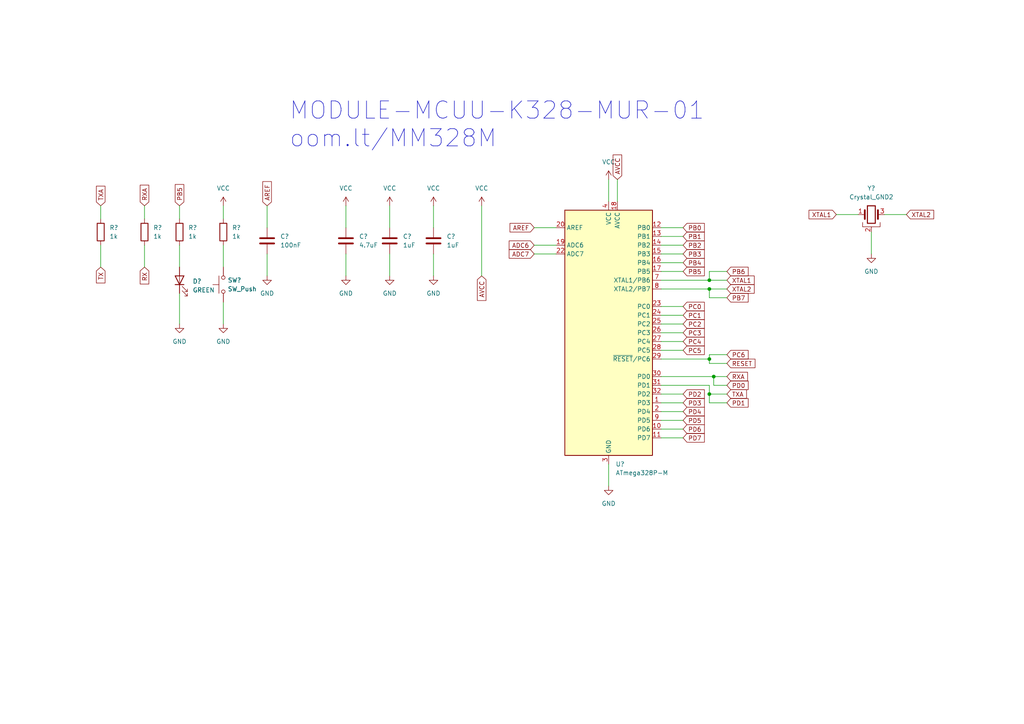
<source format=kicad_sch>
(kicad_sch (version 20211123) (generator eeschema)
  (paper "A4")
  (lib_symbols
    (symbol "Device:C" (pin_numbers hide) (pin_names (offset 0.254))
      (property "Reference" "C" (at 0.635 2.54 0))
      (property "Value" "C" (at 0.635 -2.54 0))
      (symbol "C_0_1"
        (polyline (pts (xy -2.032 -0.762) (xy 2.032 -0.762)) (stroke (width 0.508)))
        (polyline (pts (xy -2.032 0.762) (xy 2.032 0.762)) (stroke (width 0.508)))
      )
      (symbol "C_1_1"
        (pin passive line (at 0 3.81 270) (length 2.794) (name "~") (number "1"))
        (pin passive line (at 0 -3.81 90) (length 2.794) (name "~") (number "2"))
      )
    )
    (symbol "Device:Crystal_GND2" (pin_names (offset 1.016) hide)
      (property "Reference" "Y" (at 0 5.715 0))
      (property "Value" "Crystal_GND2" (at 0 3.81 0))
      (symbol "Crystal_GND2_0_1"
        (rectangle (start -1.143 2.54) (end 1.143 -2.54) (stroke (width 0.3048)))
        (polyline (pts (xy -2.54 0) (xy -1.905 0)))
        (polyline (pts (xy -1.905 -1.27) (xy -1.905 1.27)) (stroke (width 0.508)))
        (polyline (pts (xy 0 -3.81) (xy 0 -3.556)))
        (polyline (pts (xy 1.905 0) (xy 2.54 0)))
        (polyline (pts (xy 1.905 1.27) (xy 1.905 -1.27)) (stroke (width 0.508)))
        (polyline (pts (xy -2.54 -2.286) (xy -2.54 -3.556) (xy 2.54 -3.556) (xy 2.54 -2.286)))
      )
      (symbol "Crystal_GND2_1_1"
        (pin passive line (at -3.81 0 0) (length 1.27) (name "1") (number "1"))
        (pin passive line (at 0 -5.08 90) (length 1.27) (name "2") (number "2"))
        (pin passive line (at 3.81 0 180) (length 1.27) (name "3") (number "3"))
      )
    )
    (symbol "Device:LED" (pin_numbers hide) (pin_names (offset 1.016) hide)
      (property "Reference" "D" (at 0 2.54 0))
      (property "Value" "LED" (at 0 -2.54 0))
      (symbol "LED_0_1"
        (polyline (pts (xy -1.27 -1.27) (xy -1.27 1.27)) (stroke (width 0.254)))
        (polyline (pts (xy -1.27 0) (xy 1.27 0)))
        (polyline (pts (xy 1.27 -1.27) (xy 1.27 1.27) (xy -1.27 0) (xy 1.27 -1.27)) (stroke (width 0.254)))
        (polyline (pts (xy -3.048 -0.762) (xy -4.572 -2.286) (xy -3.81 -2.286) (xy -4.572 -2.286) (xy -4.572 -1.524)))
        (polyline (pts (xy -1.778 -0.762) (xy -3.302 -2.286) (xy -2.54 -2.286) (xy -3.302 -2.286) (xy -3.302 -1.524)))
      )
      (symbol "LED_1_1"
        (pin passive line (at -3.81 0 0) (length 2.54) (name "K") (number "1"))
        (pin passive line (at 3.81 0 180) (length 2.54) (name "A") (number "2"))
      )
    )
    (symbol "Device:R" (pin_numbers hide) (pin_names (offset 0))
      (property "Reference" "R" (at 2.032 0 90))
      (property "Value" "R" (at 0 0 90))
      (symbol "R_0_1"
        (rectangle (start -1.016 -2.54) (end 1.016 2.54) (stroke (width 0.254)))
      )
      (symbol "R_1_1"
        (pin passive line (at 0 3.81 270) (length 1.27) (name "~") (number "1"))
        (pin passive line (at 0 -3.81 90) (length 1.27) (name "~") (number "2"))
      )
    )
    (symbol "MCU_Microchip_ATmega:ATmega328P-M"
      (property "Reference" "U" (at -12.7 36.83 0))
      (property "Value" "ATmega328P-M" (at 2.54 -36.83 0))
      (symbol "ATmega328P-M_0_1"
        (rectangle (start -12.7 -35.56) (end 12.7 35.56) (stroke (width 0.254)) (fill (type background)))
      )
      (symbol "ATmega328P-M_1_1"
        (pin bidirectional line (at 15.24 -20.32 180) (length 2.54) (name "PD3") (number "1"))
        (pin bidirectional line (at 15.24 -27.94 180) (length 2.54) (name "PD6") (number "10"))
        (pin bidirectional line (at 15.24 -30.48 180) (length 2.54) (name "PD7") (number "11"))
        (pin bidirectional line (at 15.24 30.48 180) (length 2.54) (name "PB0") (number "12"))
        (pin bidirectional line (at 15.24 27.94 180) (length 2.54) (name "PB1") (number "13"))
        (pin bidirectional line (at 15.24 25.4 180) (length 2.54) (name "PB2") (number "14"))
        (pin bidirectional line (at 15.24 22.86 180) (length 2.54) (name "PB3") (number "15"))
        (pin bidirectional line (at 15.24 20.32 180) (length 2.54) (name "PB4") (number "16"))
        (pin bidirectional line (at 15.24 17.78 180) (length 2.54) (name "PB5") (number "17"))
        (pin power_in line (at 2.54 38.1 270) (length 2.54) (name "AVCC") (number "18"))
        (pin input line (at -15.24 25.4 0) (length 2.54) (name "ADC6") (number "19"))
        (pin bidirectional line (at 15.24 -22.86 180) (length 2.54) (name "PD4") (number "2"))
        (pin passive line (at -15.24 30.48 0) (length 2.54) (name "AREF") (number "20"))
        (pin passive line (at 0 -38.1 90) (length 2.54) hide (name "GND") (number "21"))
        (pin input line (at -15.24 22.86 0) (length 2.54) (name "ADC7") (number "22"))
        (pin bidirectional line (at 15.24 7.62 180) (length 2.54) (name "PC0") (number "23"))
        (pin bidirectional line (at 15.24 5.08 180) (length 2.54) (name "PC1") (number "24"))
        (pin bidirectional line (at 15.24 2.54 180) (length 2.54) (name "PC2") (number "25"))
        (pin bidirectional line (at 15.24 0 180) (length 2.54) (name "PC3") (number "26"))
        (pin bidirectional line (at 15.24 -2.54 180) (length 2.54) (name "PC4") (number "27"))
        (pin bidirectional line (at 15.24 -5.08 180) (length 2.54) (name "PC5") (number "28"))
        (pin bidirectional line (at 15.24 -7.62 180) (length 2.54) (name "~{RESET}/PC6") (number "29"))
        (pin power_in line (at 0 -38.1 90) (length 2.54) (name "GND") (number "3"))
        (pin bidirectional line (at 15.24 -12.7 180) (length 2.54) (name "PD0") (number "30"))
        (pin bidirectional line (at 15.24 -15.24 180) (length 2.54) (name "PD1") (number "31"))
        (pin bidirectional line (at 15.24 -17.78 180) (length 2.54) (name "PD2") (number "32"))
        (pin passive line (at 0 -38.1 90) (length 2.54) hide (name "GND") (number "33"))
        (pin power_in line (at 0 38.1 270) (length 2.54) (name "VCC") (number "4"))
        (pin passive line (at 0 -38.1 90) (length 2.54) hide (name "GND") (number "5"))
        (pin passive line (at 0 38.1 270) (length 2.54) hide (name "VCC") (number "6"))
        (pin bidirectional line (at 15.24 15.24 180) (length 2.54) (name "XTAL1/PB6") (number "7"))
        (pin bidirectional line (at 15.24 12.7 180) (length 2.54) (name "XTAL2/PB7") (number "8"))
        (pin bidirectional line (at 15.24 -25.4 180) (length 2.54) (name "PD5") (number "9"))
      )
    )
    (symbol "Switch:SW_Push" (pin_numbers hide) (pin_names (offset 1.016) hide)
      (property "Reference" "SW" (at 1.27 2.54 0))
      (property "Value" "SW_Push" (at 0 -1.524 0))
      (symbol "SW_Push_0_1"
        (circle (center -2.032 0) (radius 0.508))
        (polyline (pts (xy 0 1.27) (xy 0 3.048)))
        (polyline (pts (xy 2.54 1.27) (xy -2.54 1.27)))
        (circle (center 2.032 0) (radius 0.508))
        (pin passive line (at -5.08 0 0) (length 2.54) (name "1") (number "1"))
        (pin passive line (at 5.08 0 180) (length 2.54) (name "2") (number "2"))
      )
    )
    (symbol "power:GND" (power) (pin_names (offset 0))
      (property "Value" "GND" (at 0 -3.81 0))
      (symbol "GND_0_1"
        (polyline (pts (xy 0 0) (xy 0 -1.27) (xy 1.27 -1.27) (xy 0 -2.54) (xy -1.27 -1.27) (xy 0 -1.27)))
      )
      (symbol "GND_1_1"
        (pin power_in line (at 0 0 270) (length 0) hide (name "GND") (number "1"))
      )
    )
    (symbol "power:VCC" (power) (pin_names (offset 0))
      (property "Value" "VCC" (at 0 3.81 0))
      (symbol "VCC_0_1"
        (polyline (pts (xy -0.762 1.27) (xy 0 2.54)))
        (polyline (pts (xy 0 0) (xy 0 2.54)))
        (polyline (pts (xy 0 2.54) (xy 0.762 1.27)))
      )
      (symbol "VCC_1_1"
        (pin power_in line (at 0 0 90) (length 0) hide (name "VCC") (number "1"))
      )
    )
  )
  (junction (at 205.74 83.82))
  (junction (at 205.74 104.14))
  (junction (at 205.74 81.28))
  (junction (at 205.74 114.3))
  (junction (at 207.01 109.22))
  (wire (pts (xy 191.77 73.66) (xy 198.12 73.66)))
  (wire (pts (xy 154.94 66.04) (xy 161.29 66.04)))
  (wire (pts (xy 191.77 83.82) (xy 205.74 83.82)))
  (wire (pts (xy 191.77 121.92) (xy 198.12 121.92)))
  (wire (pts (xy 205.74 83.82) (xy 210.82 83.82)))
  (wire (pts (xy 64.77 87.63) (xy 64.77 93.98)))
  (wire (pts (xy 191.77 91.44) (xy 198.12 91.44)))
  (wire (pts (xy 191.77 68.58) (xy 198.12 68.58)))
  (wire (pts (xy 210.82 111.76) (xy 207.01 111.76)))
  (wire (pts (xy 191.77 116.84) (xy 198.12 116.84)))
  (wire (pts (xy 191.77 88.9) (xy 198.12 88.9)))
  (wire (pts (xy 176.53 134.62) (xy 176.53 140.97)))
  (wire (pts (xy 154.94 73.66) (xy 161.29 73.66)))
  (wire (pts (xy 125.73 59.69) (xy 125.73 66.04)))
  (wire (pts (xy 191.77 127) (xy 198.12 127)))
  (wire (pts (xy 64.77 59.69) (xy 64.77 63.5)))
  (wire (pts (xy 113.03 59.69) (xy 113.03 66.04)))
  (wire (pts (xy 256.54 62.23) (xy 262.89 62.23)))
  (wire (pts (xy 191.77 101.6) (xy 198.12 101.6)))
  (wire (pts (xy 191.77 76.2) (xy 198.12 76.2)))
  (wire (pts (xy 139.7 59.69) (xy 139.7 80.01)))
  (wire (pts (xy 191.77 96.52) (xy 198.12 96.52)))
  (wire (pts (xy 210.82 105.41) (xy 205.74 105.41)))
  (wire (pts (xy 100.33 59.69) (xy 100.33 66.04)))
  (wire (pts (xy 191.77 104.14) (xy 205.74 104.14)))
  (wire (pts (xy 179.07 52.07) (xy 179.07 58.42)))
  (wire (pts (xy 29.21 59.69) (xy 29.21 63.5)))
  (wire (pts (xy 205.74 104.14) (xy 205.74 102.87)))
  (wire (pts (xy 191.77 93.98) (xy 198.12 93.98)))
  (wire (pts (xy 205.74 102.87) (xy 210.82 102.87)))
  (wire (pts (xy 125.73 73.66) (xy 125.73 80.01)))
  (wire (pts (xy 191.77 111.76) (xy 205.74 111.76)))
  (wire (pts (xy 207.01 111.76) (xy 207.01 109.22)))
  (wire (pts (xy 191.77 114.3) (xy 198.12 114.3)))
  (wire (pts (xy 64.77 71.12) (xy 64.77 77.47)))
  (wire (pts (xy 113.03 73.66) (xy 113.03 80.01)))
  (wire (pts (xy 191.77 71.12) (xy 198.12 71.12)))
  (wire (pts (xy 205.74 86.36) (xy 205.74 83.82)))
  (wire (pts (xy 52.07 59.69) (xy 52.07 63.5)))
  (wire (pts (xy 252.73 67.31) (xy 252.73 73.66)))
  (wire (pts (xy 205.74 81.28) (xy 210.82 81.28)))
  (wire (pts (xy 191.77 78.74) (xy 198.12 78.74)))
  (wire (pts (xy 191.77 109.22) (xy 207.01 109.22)))
  (wire (pts (xy 210.82 86.36) (xy 205.74 86.36)))
  (wire (pts (xy 191.77 119.38) (xy 198.12 119.38)))
  (wire (pts (xy 205.74 116.84) (xy 205.74 114.3)))
  (wire (pts (xy 77.47 59.69) (xy 77.47 66.04)))
  (wire (pts (xy 205.74 105.41) (xy 205.74 104.14)))
  (wire (pts (xy 210.82 116.84) (xy 205.74 116.84)))
  (wire (pts (xy 191.77 81.28) (xy 205.74 81.28)))
  (wire (pts (xy 205.74 81.28) (xy 205.74 78.74)))
  (wire (pts (xy 191.77 66.04) (xy 198.12 66.04)))
  (wire (pts (xy 191.77 99.06) (xy 198.12 99.06)))
  (wire (pts (xy 77.47 73.66) (xy 77.47 80.01)))
  (wire (pts (xy 41.91 71.12) (xy 41.91 77.47)))
  (wire (pts (xy 52.07 85.09) (xy 52.07 93.98)))
  (wire (pts (xy 205.74 114.3) (xy 205.74 111.76)))
  (wire (pts (xy 242.57 62.23) (xy 248.92 62.23)))
  (wire (pts (xy 29.21 71.12) (xy 29.21 77.47)))
  (wire (pts (xy 205.74 114.3) (xy 210.82 114.3)))
  (wire (pts (xy 100.33 73.66) (xy 100.33 80.01)))
  (wire (pts (xy 191.77 124.46) (xy 198.12 124.46)))
  (wire (pts (xy 41.91 59.69) (xy 41.91 63.5)))
  (wire (pts (xy 154.94 71.12) (xy 161.29 71.12)))
  (wire (pts (xy 176.53 52.07) (xy 176.53 58.42)))
  (wire (pts (xy 52.07 71.12) (xy 52.07 77.47)))
  (wire (pts (xy 205.74 78.74) (xy 210.82 78.74)))
  (wire (pts (xy 207.01 109.22) (xy 210.82 109.22)))
  (text "MODULE-MCUU-K328-MUR-01\noom.lt/MM328M" (at 83.82 43.18 0) (effects (font (size 5 5)) (justify left bottom)))
  (global_label "XTAL2" (shape input) (at 262.89 62.23 0) (property "Intersheet References" "${INTERSHEET_REFS}" (effects hide)))
  (global_label "PC6" (shape input) (at 210.82 102.87 0) (property "Intersheet References" "${INTERSHEET_REFS}" (effects hide)))
  (global_label "PD0" (shape input) (at 210.82 111.76 0) (property "Intersheet References" "${INTERSHEET_REFS}" (effects hide)))
  (global_label "PC1" (shape input) (at 198.12 91.44 0) (property "Intersheet References" "${INTERSHEET_REFS}" (effects hide)))
  (global_label "AREF" (shape input) (at 154.94 66.04 180) (property "Intersheet References" "${INTERSHEET_REFS}" (effects hide)))
  (global_label "PB0" (shape input) (at 198.12 66.04 0) (property "Intersheet References" "${INTERSHEET_REFS}" (effects hide)))
  (global_label "RESET" (shape input) (at 210.82 105.41 0) (property "Intersheet References" "${INTERSHEET_REFS}" (effects hide)))
  (global_label "PB4" (shape input) (at 198.12 76.2 0) (property "Intersheet References" "${INTERSHEET_REFS}" (effects hide)))
  (global_label "PB1" (shape input) (at 198.12 68.58 0) (property "Intersheet References" "${INTERSHEET_REFS}" (effects hide)))
  (global_label "PC0" (shape input) (at 198.12 88.9 0) (property "Intersheet References" "${INTERSHEET_REFS}" (effects hide)))
  (global_label "TXA" (shape input) (at 29.21 59.69 90) (property "Intersheet References" "${INTERSHEET_REFS}" (effects hide)))
  (global_label "PD1" (shape input) (at 210.82 116.84 0) (property "Intersheet References" "${INTERSHEET_REFS}" (effects hide)))
  (global_label "PB6" (shape input) (at 210.82 78.74 0) (property "Intersheet References" "${INTERSHEET_REFS}" (effects hide)))
  (global_label "PB2" (shape input) (at 198.12 71.12 0) (property "Intersheet References" "${INTERSHEET_REFS}" (effects hide)))
  (global_label "AVCC" (shape input) (at 139.7 80.01 270) (property "Intersheet References" "${INTERSHEET_REFS}" (effects hide)))
  (global_label "XTAL2" (shape input) (at 210.82 83.82 0) (property "Intersheet References" "${INTERSHEET_REFS}" (effects hide)))
  (global_label "AVCC" (shape input) (at 179.07 52.07 90) (property "Intersheet References" "${INTERSHEET_REFS}" (effects hide)))
  (global_label "RXA" (shape input) (at 41.91 59.69 90) (property "Intersheet References" "${INTERSHEET_REFS}" (effects hide)))
  (global_label "PD4" (shape input) (at 198.12 119.38 0) (property "Intersheet References" "${INTERSHEET_REFS}" (effects hide)))
  (global_label "TXA" (shape input) (at 210.82 114.3 0) (property "Intersheet References" "${INTERSHEET_REFS}" (effects hide)))
  (global_label "PD7" (shape input) (at 198.12 127 0) (property "Intersheet References" "${INTERSHEET_REFS}" (effects hide)))
  (global_label "RXA" (shape input) (at 210.82 109.22 0) (property "Intersheet References" "${INTERSHEET_REFS}" (effects hide)))
  (global_label "PC3" (shape input) (at 198.12 96.52 0) (property "Intersheet References" "${INTERSHEET_REFS}" (effects hide)))
  (global_label "PD6" (shape input) (at 198.12 124.46 0) (property "Intersheet References" "${INTERSHEET_REFS}" (effects hide)))
  (global_label "PD2" (shape input) (at 198.12 114.3 0) (property "Intersheet References" "${INTERSHEET_REFS}" (effects hide)))
  (global_label "PB7" (shape input) (at 210.82 86.36 0) (property "Intersheet References" "${INTERSHEET_REFS}" (effects hide)))
  (global_label "PB5" (shape input) (at 52.07 59.69 90) (property "Intersheet References" "${INTERSHEET_REFS}" (effects hide)))
  (global_label "PC5" (shape input) (at 198.12 101.6 0) (property "Intersheet References" "${INTERSHEET_REFS}" (effects hide)))
  (global_label "PB5" (shape input) (at 198.12 78.74 0) (property "Intersheet References" "${INTERSHEET_REFS}" (effects hide)))
  (global_label "ADC7" (shape input) (at 154.94 73.66 180) (property "Intersheet References" "${INTERSHEET_REFS}" (effects hide)))
  (global_label "PD5" (shape input) (at 198.12 121.92 0) (property "Intersheet References" "${INTERSHEET_REFS}" (effects hide)))
  (global_label "PC4" (shape input) (at 198.12 99.06 0) (property "Intersheet References" "${INTERSHEET_REFS}" (effects hide)))
  (global_label "ADC6" (shape input) (at 154.94 71.12 180) (property "Intersheet References" "${INTERSHEET_REFS}" (effects hide)))
  (global_label "PB3" (shape input) (at 198.12 73.66 0) (property "Intersheet References" "${INTERSHEET_REFS}" (effects hide)))
  (global_label "TX" (shape input) (at 29.21 77.47 270) (property "Intersheet References" "${INTERSHEET_REFS}" (effects hide)))
  (global_label "RX" (shape input) (at 41.91 77.47 270) (property "Intersheet References" "${INTERSHEET_REFS}" (effects hide)))
  (global_label "AREF" (shape input) (at 77.47 59.69 90) (property "Intersheet References" "${INTERSHEET_REFS}" (effects hide)))
  (global_label "XTAL1" (shape input) (at 210.82 81.28 0) (property "Intersheet References" "${INTERSHEET_REFS}" (effects hide)))
  (global_label "XTAL1" (shape input) (at 242.57 62.23 180) (property "Intersheet References" "${INTERSHEET_REFS}" (effects hide)))
  (global_label "PC2" (shape input) (at 198.12 93.98 0) (property "Intersheet References" "${INTERSHEET_REFS}" (effects hide)))
  (global_label "PD3" (shape input) (at 198.12 116.84 0) (property "Intersheet References" "${INTERSHEET_REFS}" (effects hide)))
  (symbol (lib_id "Device:R") (at 29.21 67.31 0) (unit 1)
    (property "Reference" "R?" (at 31.75 66.0399 0) (effects (justify left)))
    (property "Value" "1k" (at 31.75 68.5799 0) (effects (justify left)))
    (property "Footprint" "Resistor_SMD:R_0603_1608Metric" (effects hide))
    (property "Datasheet" "oom.lt/R6102A " (effects hide))
  )
  (symbol (lib_id "power:GND") (at 100.33 80.01 0) (unit 1)
    (property "Reference" "#PWR?" (effects hide))
    (property "Value" "GND" (at 100.33 85.09 0))
  )
  (symbol (lib_id "power:VCC") (at 64.77 59.69 0) (unit 1)
    (property "Reference" "#PWR?" (effects hide))
    (property "Value" "VCC" (at 64.77 54.61 0))
  )
  (symbol (lib_id "power:VCC") (at 125.73 59.69 0) (unit 1)
    (property "Reference" "#PWR?" (effects hide))
    (property "Value" "VCC" (at 125.73 54.61 0))
  )
  (symbol (lib_id "Switch:SW_Push") (at 64.77 82.55 90) (unit 1)
    (property "Reference" "SW?" (at 66.04 81.2799 90) (effects (justify right)))
    (property "Value" "SW_Push" (at 66.04 83.8199 90) (effects (justify right)))
    (property "Footprint" "Button_Switch_SMD:SW_SPST_B3U-1000P" (effects hide))
    (property "Datasheet" "oom.lt/BT3025" (effects hide))
  )
  (symbol (lib_id "power:VCC") (at 100.33 59.69 0) (unit 1)
    (property "Reference" "#PWR?" (effects hide))
    (property "Value" "VCC" (at 100.33 54.61 0))
  )
  (symbol (lib_id "Device:R") (at 64.77 67.31 0) (unit 1)
    (property "Reference" "R?" (at 67.31 66.0399 0) (effects (justify left)))
    (property "Value" "1k" (at 67.31 68.5799 0) (effects (justify left)))
    (property "Footprint" "Resistor_SMD:R_0603_1608Metric" (effects hide))
    (property "Datasheet" "oom.lt/R6102A " (effects hide))
  )
  (symbol (lib_id "Device:Crystal_GND2") (at 252.73 62.23 0) (unit 1)
    (property "Reference" "Y?" (at 252.73 54.61 0))
    (property "Value" "Crystal_GND2" (at 252.73 57.15 0))
  )
  (symbol (lib_id "Device:R") (at 52.07 67.31 0) (unit 1)
    (property "Reference" "R?" (at 54.61 66.0399 0) (effects (justify left)))
    (property "Value" "1k" (at 54.61 68.5799 0) (effects (justify left)))
    (property "Footprint" "Resistor_SMD:R_0603_1608Metric" (effects hide))
    (property "Datasheet" "oom.lt/R6102A " (effects hide))
  )
  (symbol (lib_id "power:VCC") (at 113.03 59.69 0) (unit 1)
    (property "Reference" "#PWR?" (effects hide))
    (property "Value" "VCC" (at 113.03 54.61 0))
  )
  (symbol (lib_id "power:GND") (at 77.47 80.01 0) (unit 1)
    (property "Reference" "#PWR?" (effects hide))
    (property "Value" "GND" (at 77.47 85.09 0))
  )
  (symbol (lib_id "Device:C") (at 77.47 69.85 0) (unit 1)
    (property "Reference" "C?" (at 81.28 68.5799 0) (effects (justify left)))
    (property "Value" "100nF" (at 81.28 71.1199 0) (effects (justify left)))
    (property "Footprint" "Capacitor_SMD:C_0603_1608Metric" (effects hide))
    (property "Datasheet" "oom.lt/C6N100" (effects hide))
  )
  (symbol (lib_id "power:GND") (at 125.73 80.01 0) (unit 1)
    (property "Reference" "#PWR?" (effects hide))
    (property "Value" "GND" (at 125.73 85.09 0))
  )
  (symbol (lib_id "Device:C") (at 125.73 69.85 0) (unit 1)
    (property "Reference" "C?" (at 129.54 68.5799 0) (effects (justify left)))
    (property "Value" "1uF" (at 129.54 71.1199 0) (effects (justify left)))
    (property "Footprint" "Capacitor_SMD:C_0603_1608Metric" (effects hide))
    (property "Datasheet" "oom.lt/C6U001" (effects hide))
  )
  (symbol (lib_id "power:GND") (at 52.07 93.98 0) (unit 1)
    (property "Reference" "#PWR?" (effects hide))
    (property "Value" "GND" (at 52.07 99.06 0))
  )
  (symbol (lib_id "power:GND") (at 64.77 93.98 0) (unit 1)
    (property "Reference" "#PWR?" (effects hide))
    (property "Value" "GND" (at 64.77 99.06 0))
  )
  (symbol (lib_id "power:GND") (at 176.53 140.97 0) (unit 1)
    (property "Reference" "#PWR?" (effects hide))
    (property "Value" "GND" (at 176.53 146.05 0))
  )
  (symbol (lib_id "power:GND") (at 252.73 73.66 0) (unit 1)
    (property "Reference" "#PWR?" (effects hide))
    (property "Value" "GND" (at 252.73 78.74 0))
  )
  (symbol (lib_id "power:VCC") (at 139.7 59.69 0) (unit 1)
    (property "Reference" "#PWR?" (effects hide))
    (property "Value" "VCC" (at 139.7 54.61 0))
  )
  (symbol (lib_id "Device:R") (at 41.91 67.31 0) (unit 1)
    (property "Reference" "R?" (at 44.45 66.0399 0) (effects (justify left)))
    (property "Value" "1k" (at 44.45 68.5799 0) (effects (justify left)))
    (property "Footprint" "Resistor_SMD:R_0603_1608Metric" (effects hide))
    (property "Datasheet" "oom.lt/R6102A " (effects hide))
  )
  (symbol (lib_id "Device:C") (at 113.03 69.85 0) (unit 1)
    (property "Reference" "C?" (at 116.84 68.5799 0) (effects (justify left)))
    (property "Value" "1uF" (at 116.84 71.1199 0) (effects (justify left)))
    (property "Footprint" "Capacitor_SMD:C_0603_1608Metric" (effects hide))
    (property "Datasheet" "oom.lt/C6U001" (effects hide))
  )
  (symbol (lib_id "power:GND") (at 113.03 80.01 0) (unit 1)
    (property "Reference" "#PWR?" (effects hide))
    (property "Value" "GND" (at 113.03 85.09 0))
  )
  (symbol (lib_id "Device:C") (at 100.33 69.85 0) (unit 1)
    (property "Reference" "C?" (at 104.14 68.5799 0) (effects (justify left)))
    (property "Value" "4.7uF" (at 104.14 71.1199 0) (effects (justify left)))
    (property "Footprint" "Capacitor_SMD:C_0603_1608Metric" (effects hide))
    (property "Datasheet" "oom.lt/C6U004" (effects hide))
  )
  (symbol (lib_id "Device:LED") (at 52.07 81.28 90) (unit 1)
    (property "Reference" "D?" (at 55.88 81.5974 90) (effects (justify right)))
    (property "Value" "GREEN" (at 55.88 84.1374 90) (effects (justify right)))
    (property "Footprint" "LED_SMD:LED_0603_1608Metric" (effects hide))
    (property "Datasheet" "oom.lt/L6Y" (effects hide))
  )
  (symbol (lib_id "power:VCC") (at 176.53 52.07 0) (unit 1)
    (property "Reference" "#PWR?" (effects hide))
    (property "Value" "VCC" (at 176.53 46.99 0))
  )
  (symbol (lib_id "MCU_Microchip_ATmega:ATmega328P-M") (at 176.53 96.52 0) (unit 1)
    (property "Reference" "U?" (at 178.5494 134.62 0) (effects (justify left)))
    (property "Value" "ATmega328P-M" (at 178.5494 137.16 0) (effects (justify left)))
    (property "Footprint" "Package_DFN_QFN:QFN-32-1EP_5x5mm_P0.5mm_EP3.1x3.1mm" (effects hide))
    (property "Datasheet" "http://ww1.microchip.com/downloads/en/DeviceDoc/ATmega328_P%20AVR%20MCU%20with%20picoPower%20Technology%20Data%20Sheet%2040001984A.pdf" (effects hide))
  )
)
</source>
